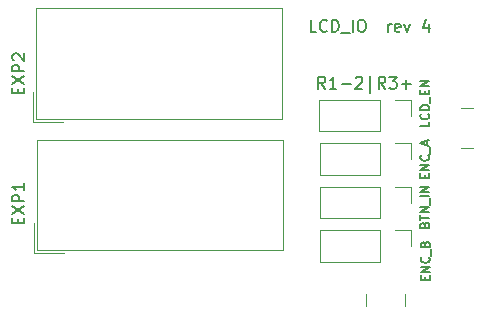
<source format=gto>
G04 #@! TF.GenerationSoftware,KiCad,Pcbnew,(5.1.0-1558-g0ba0c1724)*
G04 #@! TF.CreationDate,2019-09-15T11:25:37-07:00*
G04 #@! TF.ProjectId,IOBoard,494f426f-6172-4642-9e6b-696361645f70,rev?*
G04 #@! TF.SameCoordinates,Original*
G04 #@! TF.FileFunction,Legend,Top*
G04 #@! TF.FilePolarity,Positive*
%FSLAX46Y46*%
G04 Gerber Fmt 4.6, Leading zero omitted, Abs format (unit mm)*
G04 Created by KiCad (PCBNEW (5.1.0-1558-g0ba0c1724)) date 2019-09-15 11:25:37*
%MOMM*%
%LPD*%
G04 APERTURE LIST*
%ADD10C,0.150000*%
%ADD11C,0.120000*%
%ADD12O,1.802000X1.802000*%
%ADD13R,1.802000X1.802000*%
%ADD14O,1.829200X1.829200*%
%ADD15R,1.829200X1.829200*%
%ADD16R,0.902000X0.602000*%
%ADD17R,0.902000X0.502000*%
%ADD18R,0.602000X0.902000*%
%ADD19R,0.502000X0.902000*%
G04 APERTURE END LIST*
D10*
X106738485Y-94082114D02*
X106738485Y-94439257D01*
X105988485Y-94439257D01*
X106667057Y-93403542D02*
X106702771Y-93439257D01*
X106738485Y-93546400D01*
X106738485Y-93617828D01*
X106702771Y-93724971D01*
X106631342Y-93796400D01*
X106559914Y-93832114D01*
X106417057Y-93867828D01*
X106309914Y-93867828D01*
X106167057Y-93832114D01*
X106095628Y-93796400D01*
X106024200Y-93724971D01*
X105988485Y-93617828D01*
X105988485Y-93546400D01*
X106024200Y-93439257D01*
X106059914Y-93403542D01*
X106738485Y-93082114D02*
X105988485Y-93082114D01*
X105988485Y-92903542D01*
X106024200Y-92796400D01*
X106095628Y-92724971D01*
X106167057Y-92689257D01*
X106309914Y-92653542D01*
X106417057Y-92653542D01*
X106559914Y-92689257D01*
X106631342Y-92724971D01*
X106702771Y-92796400D01*
X106738485Y-92903542D01*
X106738485Y-93082114D01*
X106809914Y-92510685D02*
X106809914Y-91939257D01*
X106345628Y-91760685D02*
X106345628Y-91510685D01*
X106738485Y-91403542D02*
X106738485Y-91760685D01*
X105988485Y-91760685D01*
X105988485Y-91403542D01*
X106738485Y-91082114D02*
X105988485Y-91082114D01*
X106738485Y-90653542D01*
X105988485Y-90653542D01*
X106345628Y-102816942D02*
X106381342Y-102709800D01*
X106417057Y-102674085D01*
X106488485Y-102638371D01*
X106595628Y-102638371D01*
X106667057Y-102674085D01*
X106702771Y-102709800D01*
X106738485Y-102781228D01*
X106738485Y-103066942D01*
X105988485Y-103066942D01*
X105988485Y-102816942D01*
X106024200Y-102745514D01*
X106059914Y-102709800D01*
X106131342Y-102674085D01*
X106202771Y-102674085D01*
X106274200Y-102709800D01*
X106309914Y-102745514D01*
X106345628Y-102816942D01*
X106345628Y-103066942D01*
X105988485Y-102424085D02*
X105988485Y-101995514D01*
X106738485Y-102209800D02*
X105988485Y-102209800D01*
X106738485Y-101745514D02*
X105988485Y-101745514D01*
X106738485Y-101316942D01*
X105988485Y-101316942D01*
X106809914Y-101138371D02*
X106809914Y-100566942D01*
X106738485Y-100388371D02*
X105988485Y-100388371D01*
X106738485Y-100031228D02*
X105988485Y-100031228D01*
X106738485Y-99602657D01*
X105988485Y-99602657D01*
X106396428Y-107445285D02*
X106396428Y-107195285D01*
X106789285Y-107088142D02*
X106789285Y-107445285D01*
X106039285Y-107445285D01*
X106039285Y-107088142D01*
X106789285Y-106766714D02*
X106039285Y-106766714D01*
X106789285Y-106338142D01*
X106039285Y-106338142D01*
X106717857Y-105552428D02*
X106753571Y-105588142D01*
X106789285Y-105695285D01*
X106789285Y-105766714D01*
X106753571Y-105873857D01*
X106682142Y-105945285D01*
X106610714Y-105981000D01*
X106467857Y-106016714D01*
X106360714Y-106016714D01*
X106217857Y-105981000D01*
X106146428Y-105945285D01*
X106075000Y-105873857D01*
X106039285Y-105766714D01*
X106039285Y-105695285D01*
X106075000Y-105588142D01*
X106110714Y-105552428D01*
X106860714Y-105409571D02*
X106860714Y-104838142D01*
X106396428Y-104409571D02*
X106432142Y-104302428D01*
X106467857Y-104266714D01*
X106539285Y-104231000D01*
X106646428Y-104231000D01*
X106717857Y-104266714D01*
X106753571Y-104302428D01*
X106789285Y-104373857D01*
X106789285Y-104659571D01*
X106039285Y-104659571D01*
X106039285Y-104409571D01*
X106075000Y-104338142D01*
X106110714Y-104302428D01*
X106182142Y-104266714D01*
X106253571Y-104266714D01*
X106325000Y-104302428D01*
X106360714Y-104338142D01*
X106396428Y-104409571D01*
X106396428Y-104659571D01*
X106345628Y-98806514D02*
X106345628Y-98556514D01*
X106738485Y-98449371D02*
X106738485Y-98806514D01*
X105988485Y-98806514D01*
X105988485Y-98449371D01*
X106738485Y-98127942D02*
X105988485Y-98127942D01*
X106738485Y-97699371D01*
X105988485Y-97699371D01*
X106667057Y-96913657D02*
X106702771Y-96949371D01*
X106738485Y-97056514D01*
X106738485Y-97127942D01*
X106702771Y-97235085D01*
X106631342Y-97306514D01*
X106559914Y-97342228D01*
X106417057Y-97377942D01*
X106309914Y-97377942D01*
X106167057Y-97342228D01*
X106095628Y-97306514D01*
X106024200Y-97235085D01*
X105988485Y-97127942D01*
X105988485Y-97056514D01*
X106024200Y-96949371D01*
X106059914Y-96913657D01*
X106809914Y-96770800D02*
X106809914Y-96199371D01*
X106524200Y-96056514D02*
X106524200Y-95699371D01*
X106738485Y-96127942D02*
X105988485Y-95877942D01*
X106738485Y-95627942D01*
X103261904Y-86452380D02*
X103261904Y-85785714D01*
X103261904Y-85976190D02*
X103309523Y-85880952D01*
X103357142Y-85833333D01*
X103452380Y-85785714D01*
X103547619Y-85785714D01*
X104261904Y-86404761D02*
X104166666Y-86452380D01*
X103976190Y-86452380D01*
X103880952Y-86404761D01*
X103833333Y-86309523D01*
X103833333Y-85928571D01*
X103880952Y-85833333D01*
X103976190Y-85785714D01*
X104166666Y-85785714D01*
X104261904Y-85833333D01*
X104309523Y-85928571D01*
X104309523Y-86023809D01*
X103833333Y-86119047D01*
X104642857Y-85785714D02*
X104880952Y-86452380D01*
X105119047Y-85785714D01*
X106690476Y-85785714D02*
X106690476Y-86452380D01*
X106452380Y-85404761D02*
X106214285Y-86119047D01*
X106833333Y-86119047D01*
X97166666Y-86452380D02*
X96690476Y-86452380D01*
X96690476Y-85452380D01*
X98071428Y-86357142D02*
X98023809Y-86404761D01*
X97880952Y-86452380D01*
X97785714Y-86452380D01*
X97642857Y-86404761D01*
X97547619Y-86309523D01*
X97500000Y-86214285D01*
X97452380Y-86023809D01*
X97452380Y-85880952D01*
X97500000Y-85690476D01*
X97547619Y-85595238D01*
X97642857Y-85500000D01*
X97785714Y-85452380D01*
X97880952Y-85452380D01*
X98023809Y-85500000D01*
X98071428Y-85547619D01*
X98500000Y-86452380D02*
X98500000Y-85452380D01*
X98738095Y-85452380D01*
X98880952Y-85500000D01*
X98976190Y-85595238D01*
X99023809Y-85690476D01*
X99071428Y-85880952D01*
X99071428Y-86023809D01*
X99023809Y-86214285D01*
X98976190Y-86309523D01*
X98880952Y-86404761D01*
X98738095Y-86452380D01*
X98500000Y-86452380D01*
X99261904Y-86547619D02*
X100023809Y-86547619D01*
X100261904Y-86452380D02*
X100261904Y-85452380D01*
X100928571Y-85452380D02*
X101119047Y-85452380D01*
X101214285Y-85500000D01*
X101309523Y-85595238D01*
X101357142Y-85785714D01*
X101357142Y-86119047D01*
X101309523Y-86309523D01*
X101214285Y-86404761D01*
X101119047Y-86452380D01*
X100928571Y-86452380D01*
X100833333Y-86404761D01*
X100738095Y-86309523D01*
X100690476Y-86119047D01*
X100690476Y-85785714D01*
X100738095Y-85595238D01*
X100833333Y-85500000D01*
X100928571Y-85452380D01*
X97935066Y-91271580D02*
X97601733Y-90795390D01*
X97363638Y-91271580D02*
X97363638Y-90271580D01*
X97744590Y-90271580D01*
X97839828Y-90319200D01*
X97887447Y-90366819D01*
X97935066Y-90462057D01*
X97935066Y-90604914D01*
X97887447Y-90700152D01*
X97839828Y-90747771D01*
X97744590Y-90795390D01*
X97363638Y-90795390D01*
X98887447Y-91271580D02*
X98316019Y-91271580D01*
X98601733Y-91271580D02*
X98601733Y-90271580D01*
X98506495Y-90414438D01*
X98411257Y-90509676D01*
X98316019Y-90557295D01*
X99316019Y-90890628D02*
X100077923Y-90890628D01*
X100506495Y-90366819D02*
X100554114Y-90319200D01*
X100649352Y-90271580D01*
X100887447Y-90271580D01*
X100982685Y-90319200D01*
X101030304Y-90366819D01*
X101077923Y-90462057D01*
X101077923Y-90557295D01*
X101030304Y-90700152D01*
X100458876Y-91271580D01*
X101077923Y-91271580D01*
X101744590Y-91604914D02*
X101744590Y-90176342D01*
X103030304Y-91271580D02*
X102696971Y-90795390D01*
X102458876Y-91271580D02*
X102458876Y-90271580D01*
X102839828Y-90271580D01*
X102935066Y-90319200D01*
X102982685Y-90366819D01*
X103030304Y-90462057D01*
X103030304Y-90604914D01*
X102982685Y-90700152D01*
X102935066Y-90747771D01*
X102839828Y-90795390D01*
X102458876Y-90795390D01*
X103363638Y-90271580D02*
X103982685Y-90271580D01*
X103649352Y-90652533D01*
X103792209Y-90652533D01*
X103887447Y-90700152D01*
X103935066Y-90747771D01*
X103982685Y-90843009D01*
X103982685Y-91081104D01*
X103935066Y-91176342D01*
X103887447Y-91223961D01*
X103792209Y-91271580D01*
X103506495Y-91271580D01*
X103411257Y-91223961D01*
X103363638Y-91176342D01*
X104411257Y-90890628D02*
X105173161Y-90890628D01*
X104792209Y-91271580D02*
X104792209Y-90509676D01*
X71928571Y-102666666D02*
X71928571Y-102333333D01*
X72452380Y-102190476D02*
X72452380Y-102666666D01*
X71452380Y-102666666D01*
X71452380Y-102190476D01*
X71452380Y-101857142D02*
X72452380Y-101190476D01*
X71452380Y-101190476D02*
X72452380Y-101857142D01*
X72452380Y-100809523D02*
X71452380Y-100809523D01*
X71452380Y-100428571D01*
X71500000Y-100333333D01*
X71547619Y-100285714D01*
X71642857Y-100238095D01*
X71785714Y-100238095D01*
X71880952Y-100285714D01*
X71928571Y-100333333D01*
X71976190Y-100428571D01*
X71976190Y-100809523D01*
X72452380Y-99285714D02*
X72452380Y-99857142D01*
X72452380Y-99571428D02*
X71452380Y-99571428D01*
X71595238Y-99666666D01*
X71690476Y-99761904D01*
X71738095Y-99857142D01*
X71928571Y-91666666D02*
X71928571Y-91333333D01*
X72452380Y-91190476D02*
X72452380Y-91666666D01*
X71452380Y-91666666D01*
X71452380Y-91190476D01*
X71452380Y-90857142D02*
X72452380Y-90190476D01*
X71452380Y-90190476D02*
X72452380Y-90857142D01*
X72452380Y-89809523D02*
X71452380Y-89809523D01*
X71452380Y-89428571D01*
X71500000Y-89333333D01*
X71547619Y-89285714D01*
X71642857Y-89238095D01*
X71785714Y-89238095D01*
X71880952Y-89285714D01*
X71928571Y-89333333D01*
X71976190Y-89428571D01*
X71976190Y-89809523D01*
X71547619Y-88857142D02*
X71500000Y-88809523D01*
X71452380Y-88714285D01*
X71452380Y-88476190D01*
X71500000Y-88380952D01*
X71547619Y-88333333D01*
X71642857Y-88285714D01*
X71738095Y-88285714D01*
X71880952Y-88333333D01*
X72452380Y-88904761D01*
X72452380Y-88285714D01*
D11*
X105189200Y-92232400D02*
X105189200Y-93562400D01*
X103859200Y-92232400D02*
X105189200Y-92232400D01*
X102589200Y-92232400D02*
X102589200Y-94892400D01*
X102589200Y-94892400D02*
X97449200Y-94892400D01*
X102589200Y-92232400D02*
X97449200Y-92232400D01*
X97449200Y-92232400D02*
X97449200Y-94892400D01*
X73165400Y-94053600D02*
X73165400Y-91513600D01*
X73165400Y-94053600D02*
X75705400Y-94053600D01*
X73415400Y-93803600D02*
X73415400Y-84453600D01*
X94275400Y-93803600D02*
X73415400Y-93803600D01*
X94275400Y-84453600D02*
X94275400Y-93803600D01*
X73415400Y-84453600D02*
X94275400Y-84453600D01*
X73241600Y-105179000D02*
X73241600Y-102639000D01*
X73241600Y-105179000D02*
X75781600Y-105179000D01*
X73491600Y-104929000D02*
X73491600Y-95579000D01*
X94351600Y-104929000D02*
X73491600Y-104929000D01*
X94351600Y-95579000D02*
X94351600Y-104929000D01*
X73491600Y-95579000D02*
X94351600Y-95579000D01*
X110446000Y-92916000D02*
X109446000Y-92916000D01*
X110446000Y-96276000D02*
X109446000Y-96276000D01*
X104726000Y-109658000D02*
X104726000Y-108658000D01*
X101366000Y-109658000D02*
X101366000Y-108658000D01*
X105191000Y-95901200D02*
X105191000Y-97231200D01*
X103861000Y-95901200D02*
X105191000Y-95901200D01*
X102591000Y-95901200D02*
X102591000Y-98561200D01*
X102591000Y-98561200D02*
X97451000Y-98561200D01*
X102591000Y-95901200D02*
X97451000Y-95901200D01*
X97451000Y-95901200D02*
X97451000Y-98561200D01*
X105191000Y-103267000D02*
X105191000Y-104597000D01*
X103861000Y-103267000D02*
X105191000Y-103267000D01*
X102591000Y-103267000D02*
X102591000Y-105927000D01*
X102591000Y-105927000D02*
X97451000Y-105927000D01*
X102591000Y-103267000D02*
X97451000Y-103267000D01*
X97451000Y-103267000D02*
X97451000Y-105927000D01*
X105191000Y-99584000D02*
X105191000Y-100914000D01*
X103861000Y-99584000D02*
X105191000Y-99584000D01*
X102591000Y-99584000D02*
X102591000Y-102244000D01*
X102591000Y-102244000D02*
X97451000Y-102244000D01*
X102591000Y-99584000D02*
X97451000Y-99584000D01*
X97451000Y-99584000D02*
X97451000Y-102244000D01*
%LPC*%
D12*
X98779200Y-93562400D03*
X101319200Y-93562400D03*
D13*
X103859200Y-93562400D03*
D14*
X88925400Y-87858600D03*
X88925400Y-90398600D03*
X86385400Y-87858600D03*
X86385400Y-90398600D03*
X83845400Y-87858600D03*
X83845400Y-90398600D03*
X81305400Y-87858600D03*
X81305400Y-90398600D03*
X78765400Y-87858600D03*
D15*
X78765400Y-90398600D03*
D14*
X89001600Y-98984000D03*
X89001600Y-101524000D03*
X86461600Y-98984000D03*
X86461600Y-101524000D03*
X83921600Y-98984000D03*
X83921600Y-101524000D03*
X81381600Y-98984000D03*
X81381600Y-101524000D03*
X78841600Y-98984000D03*
D15*
X78841600Y-101524000D03*
D16*
X110846000Y-95796000D03*
D17*
X110846000Y-94996000D03*
D16*
X110846000Y-93396000D03*
D17*
X110846000Y-94196000D03*
D16*
X109046000Y-95796000D03*
D17*
X109046000Y-94196000D03*
X109046000Y-94996000D03*
D16*
X109046000Y-93396000D03*
D18*
X101846000Y-110058000D03*
D19*
X102646000Y-110058000D03*
D18*
X104246000Y-110058000D03*
D19*
X103446000Y-110058000D03*
D18*
X101846000Y-108258000D03*
D19*
X103446000Y-108258000D03*
X102646000Y-108258000D03*
D18*
X104246000Y-108258000D03*
D12*
X98781000Y-97231200D03*
X101321000Y-97231200D03*
D13*
X103861000Y-97231200D03*
D12*
X98781000Y-104597000D03*
X101321000Y-104597000D03*
D13*
X103861000Y-104597000D03*
D12*
X98781000Y-100914000D03*
X101321000Y-100914000D03*
D13*
X103861000Y-100914000D03*
D12*
X67056000Y-99314000D03*
X64516000Y-99314000D03*
X67056000Y-96774000D03*
X64516000Y-96774000D03*
X67056000Y-94234000D03*
X64516000Y-94234000D03*
X67056000Y-91694000D03*
X64516000Y-91694000D03*
X67056000Y-89154000D03*
D13*
X64516000Y-89154000D03*
D12*
X76517500Y-108902000D03*
X76517500Y-111442000D03*
X73977500Y-108902000D03*
X73977500Y-111442000D03*
X71437500Y-108902000D03*
X71437500Y-111442000D03*
X68897500Y-108902000D03*
X68897500Y-111442000D03*
X66357500Y-108902000D03*
D13*
X66357500Y-111442000D03*
D12*
X111696000Y-109410500D03*
X109156000Y-109410500D03*
X111696000Y-106870500D03*
X109156000Y-106870500D03*
X111696000Y-104330500D03*
X109156000Y-104330500D03*
X111696000Y-101790500D03*
X109156000Y-101790500D03*
X111696000Y-99250500D03*
D13*
X109156000Y-99250500D03*
D12*
X97726500Y-108902000D03*
X97726500Y-111442000D03*
X95186500Y-108902000D03*
X95186500Y-111442000D03*
X92646500Y-108902000D03*
X92646500Y-111442000D03*
X90106500Y-108902000D03*
X90106500Y-111442000D03*
X87566500Y-108902000D03*
D13*
X87566500Y-111442000D03*
M02*

</source>
